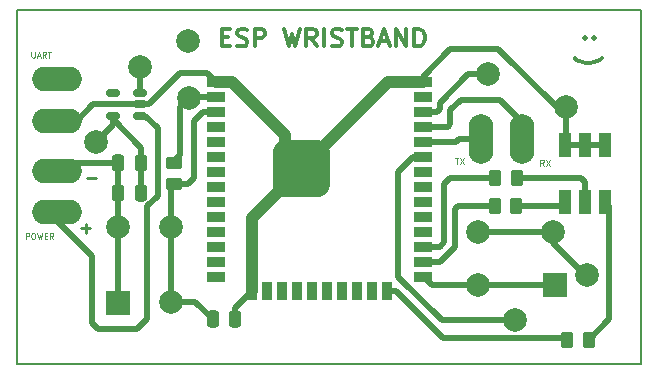
<source format=gbr>
%TF.GenerationSoftware,KiCad,Pcbnew,(6.0.2)*%
%TF.CreationDate,2022-04-12T11:14:46+02:00*%
%TF.ProjectId,pcb,7063622e-6b69-4636-9164-5f7063625858,rev?*%
%TF.SameCoordinates,Original*%
%TF.FileFunction,Copper,L1,Top*%
%TF.FilePolarity,Positive*%
%FSLAX46Y46*%
G04 Gerber Fmt 4.6, Leading zero omitted, Abs format (unit mm)*
G04 Created by KiCad (PCBNEW (6.0.2)) date 2022-04-12 11:14:46*
%MOMM*%
%LPD*%
G01*
G04 APERTURE LIST*
G04 Aperture macros list*
%AMRoundRect*
0 Rectangle with rounded corners*
0 $1 Rounding radius*
0 $2 $3 $4 $5 $6 $7 $8 $9 X,Y pos of 4 corners*
0 Add a 4 corners polygon primitive as box body*
4,1,4,$2,$3,$4,$5,$6,$7,$8,$9,$2,$3,0*
0 Add four circle primitives for the rounded corners*
1,1,$1+$1,$2,$3*
1,1,$1+$1,$4,$5*
1,1,$1+$1,$6,$7*
1,1,$1+$1,$8,$9*
0 Add four rect primitives between the rounded corners*
20,1,$1+$1,$2,$3,$4,$5,0*
20,1,$1+$1,$4,$5,$6,$7,0*
20,1,$1+$1,$6,$7,$8,$9,0*
20,1,$1+$1,$8,$9,$2,$3,0*%
G04 Aperture macros list end*
%TA.AperFunction,NonConductor*%
%ADD10C,0.200000*%
%TD*%
%ADD11C,0.300000*%
%TA.AperFunction,NonConductor*%
%ADD12C,0.300000*%
%TD*%
%ADD13C,0.125000*%
%TA.AperFunction,NonConductor*%
%ADD14C,0.125000*%
%TD*%
%ADD15C,0.250000*%
%TA.AperFunction,NonConductor*%
%ADD16C,0.250000*%
%TD*%
%TA.AperFunction,SMDPad,CuDef*%
%ADD17RoundRect,0.180000X-0.390000X0.120000X-0.390000X-0.120000X0.390000X-0.120000X0.390000X0.120000X0*%
%TD*%
%TA.AperFunction,SMDPad,CuDef*%
%ADD18RoundRect,0.250000X-0.250000X-0.475000X0.250000X-0.475000X0.250000X0.475000X-0.250000X0.475000X0*%
%TD*%
%TA.AperFunction,SMDPad,CuDef*%
%ADD19R,1.500000X0.900000*%
%TD*%
%TA.AperFunction,SMDPad,CuDef*%
%ADD20R,0.900000X1.500000*%
%TD*%
%TA.AperFunction,SMDPad,CuDef*%
%ADD21R,0.900000X0.900000*%
%TD*%
%TA.AperFunction,ComponentPad*%
%ADD22C,0.300000*%
%TD*%
%TA.AperFunction,SMDPad,CuDef*%
%ADD23RoundRect,0.250000X0.250000X0.475000X-0.250000X0.475000X-0.250000X-0.475000X0.250000X-0.475000X0*%
%TD*%
%TA.AperFunction,ComponentPad*%
%ADD24O,4.200000X2.100000*%
%TD*%
%TA.AperFunction,ComponentPad*%
%ADD25R,2.000000X2.000000*%
%TD*%
%TA.AperFunction,ComponentPad*%
%ADD26C,2.000000*%
%TD*%
%TA.AperFunction,ComponentPad*%
%ADD27O,2.100000X4.200000*%
%TD*%
%TA.AperFunction,SMDPad,CuDef*%
%ADD28R,1.100000X2.000000*%
%TD*%
%TA.AperFunction,SMDPad,CuDef*%
%ADD29RoundRect,0.250000X0.262500X0.450000X-0.262500X0.450000X-0.262500X-0.450000X0.262500X-0.450000X0*%
%TD*%
%TA.AperFunction,SMDPad,CuDef*%
%ADD30RoundRect,0.250000X0.450000X-0.262500X0.450000X0.262500X-0.450000X0.262500X-0.450000X-0.262500X0*%
%TD*%
%TA.AperFunction,ViaPad*%
%ADD31C,2.000000*%
%TD*%
%TA.AperFunction,Conductor*%
%ADD32C,0.500000*%
%TD*%
%TA.AperFunction,Conductor*%
%ADD33C,1.000000*%
%TD*%
%TA.AperFunction,Conductor*%
%ADD34C,2.000000*%
%TD*%
G04 APERTURE END LIST*
D10*
X137795000Y-51816000D02*
X190627000Y-51816000D01*
X190627000Y-51816000D02*
X190627000Y-81788000D01*
X190627000Y-81788000D02*
X137795000Y-81788000D01*
X137795000Y-81788000D02*
X137795000Y-51816000D01*
D11*
D12*
X187305000Y-55887857D02*
X187233571Y-55959285D01*
X187019285Y-56102142D01*
X186876428Y-56173571D01*
X186662142Y-56245000D01*
X186305000Y-56316428D01*
X186019285Y-56316428D01*
X185662142Y-56245000D01*
X185447857Y-56173571D01*
X185305000Y-56102142D01*
X185090714Y-55959285D01*
X185019285Y-55887857D01*
X186590714Y-54173571D02*
X186662142Y-54102142D01*
X186733571Y-54173571D01*
X186662142Y-54245000D01*
X186590714Y-54173571D01*
X186733571Y-54173571D01*
X185805000Y-54173571D02*
X185876428Y-54102142D01*
X185947857Y-54173571D01*
X185876428Y-54245000D01*
X185805000Y-54173571D01*
X185947857Y-54173571D01*
D13*
D14*
X182415666Y-64996190D02*
X182249000Y-64758095D01*
X182129952Y-64996190D02*
X182129952Y-64496190D01*
X182320428Y-64496190D01*
X182368047Y-64520000D01*
X182391857Y-64543809D01*
X182415666Y-64591428D01*
X182415666Y-64662857D01*
X182391857Y-64710476D01*
X182368047Y-64734285D01*
X182320428Y-64758095D01*
X182129952Y-64758095D01*
X182582333Y-64496190D02*
X182915666Y-64996190D01*
X182915666Y-64496190D02*
X182582333Y-64996190D01*
D13*
D14*
X174879047Y-64369190D02*
X175164761Y-64369190D01*
X175021904Y-64869190D02*
X175021904Y-64369190D01*
X175283809Y-64369190D02*
X175617142Y-64869190D01*
X175617142Y-64369190D02*
X175283809Y-64869190D01*
D13*
D14*
X138545238Y-71219190D02*
X138545238Y-70719190D01*
X138735714Y-70719190D01*
X138783333Y-70743000D01*
X138807142Y-70766809D01*
X138830952Y-70814428D01*
X138830952Y-70885857D01*
X138807142Y-70933476D01*
X138783333Y-70957285D01*
X138735714Y-70981095D01*
X138545238Y-70981095D01*
X139140476Y-70719190D02*
X139235714Y-70719190D01*
X139283333Y-70743000D01*
X139330952Y-70790619D01*
X139354761Y-70885857D01*
X139354761Y-71052523D01*
X139330952Y-71147761D01*
X139283333Y-71195380D01*
X139235714Y-71219190D01*
X139140476Y-71219190D01*
X139092857Y-71195380D01*
X139045238Y-71147761D01*
X139021428Y-71052523D01*
X139021428Y-70885857D01*
X139045238Y-70790619D01*
X139092857Y-70743000D01*
X139140476Y-70719190D01*
X139521428Y-70719190D02*
X139640476Y-71219190D01*
X139735714Y-70862047D01*
X139830952Y-71219190D01*
X139950000Y-70719190D01*
X140140476Y-70957285D02*
X140307142Y-70957285D01*
X140378571Y-71219190D02*
X140140476Y-71219190D01*
X140140476Y-70719190D01*
X140378571Y-70719190D01*
X140878571Y-71219190D02*
X140711904Y-70981095D01*
X140592857Y-71219190D02*
X140592857Y-70719190D01*
X140783333Y-70719190D01*
X140830952Y-70743000D01*
X140854761Y-70766809D01*
X140878571Y-70814428D01*
X140878571Y-70885857D01*
X140854761Y-70933476D01*
X140830952Y-70957285D01*
X140783333Y-70981095D01*
X140592857Y-70981095D01*
D15*
D16*
X143764047Y-66079619D02*
X144525952Y-66079619D01*
D15*
D16*
X143256095Y-70302428D02*
X144018000Y-70302428D01*
X143637047Y-70683380D02*
X143637047Y-69921476D01*
D13*
D14*
X139029380Y-55352190D02*
X139029380Y-55756952D01*
X139053190Y-55804571D01*
X139077000Y-55828380D01*
X139124619Y-55852190D01*
X139219857Y-55852190D01*
X139267476Y-55828380D01*
X139291285Y-55804571D01*
X139315095Y-55756952D01*
X139315095Y-55352190D01*
X139529380Y-55709333D02*
X139767476Y-55709333D01*
X139481761Y-55852190D02*
X139648428Y-55352190D01*
X139815095Y-55852190D01*
X140267476Y-55852190D02*
X140100809Y-55614095D01*
X139981761Y-55852190D02*
X139981761Y-55352190D01*
X140172238Y-55352190D01*
X140219857Y-55376000D01*
X140243666Y-55399809D01*
X140267476Y-55447428D01*
X140267476Y-55518857D01*
X140243666Y-55566476D01*
X140219857Y-55590285D01*
X140172238Y-55614095D01*
X139981761Y-55614095D01*
X140410333Y-55352190D02*
X140696047Y-55352190D01*
X140553190Y-55852190D02*
X140553190Y-55352190D01*
D11*
D12*
X155167285Y-54121857D02*
X155667285Y-54121857D01*
X155881571Y-54907571D02*
X155167285Y-54907571D01*
X155167285Y-53407571D01*
X155881571Y-53407571D01*
X156453000Y-54836142D02*
X156667285Y-54907571D01*
X157024428Y-54907571D01*
X157167285Y-54836142D01*
X157238714Y-54764714D01*
X157310142Y-54621857D01*
X157310142Y-54479000D01*
X157238714Y-54336142D01*
X157167285Y-54264714D01*
X157024428Y-54193285D01*
X156738714Y-54121857D01*
X156595857Y-54050428D01*
X156524428Y-53979000D01*
X156453000Y-53836142D01*
X156453000Y-53693285D01*
X156524428Y-53550428D01*
X156595857Y-53479000D01*
X156738714Y-53407571D01*
X157095857Y-53407571D01*
X157310142Y-53479000D01*
X157953000Y-54907571D02*
X157953000Y-53407571D01*
X158524428Y-53407571D01*
X158667285Y-53479000D01*
X158738714Y-53550428D01*
X158810142Y-53693285D01*
X158810142Y-53907571D01*
X158738714Y-54050428D01*
X158667285Y-54121857D01*
X158524428Y-54193285D01*
X157953000Y-54193285D01*
X160453000Y-53407571D02*
X160810142Y-54907571D01*
X161095857Y-53836142D01*
X161381571Y-54907571D01*
X161738714Y-53407571D01*
X163167285Y-54907571D02*
X162667285Y-54193285D01*
X162310142Y-54907571D02*
X162310142Y-53407571D01*
X162881571Y-53407571D01*
X163024428Y-53479000D01*
X163095857Y-53550428D01*
X163167285Y-53693285D01*
X163167285Y-53907571D01*
X163095857Y-54050428D01*
X163024428Y-54121857D01*
X162881571Y-54193285D01*
X162310142Y-54193285D01*
X163810142Y-54907571D02*
X163810142Y-53407571D01*
X164453000Y-54836142D02*
X164667285Y-54907571D01*
X165024428Y-54907571D01*
X165167285Y-54836142D01*
X165238714Y-54764714D01*
X165310142Y-54621857D01*
X165310142Y-54479000D01*
X165238714Y-54336142D01*
X165167285Y-54264714D01*
X165024428Y-54193285D01*
X164738714Y-54121857D01*
X164595857Y-54050428D01*
X164524428Y-53979000D01*
X164453000Y-53836142D01*
X164453000Y-53693285D01*
X164524428Y-53550428D01*
X164595857Y-53479000D01*
X164738714Y-53407571D01*
X165095857Y-53407571D01*
X165310142Y-53479000D01*
X165738714Y-53407571D02*
X166595857Y-53407571D01*
X166167285Y-54907571D02*
X166167285Y-53407571D01*
X167595857Y-54121857D02*
X167810142Y-54193285D01*
X167881571Y-54264714D01*
X167953000Y-54407571D01*
X167953000Y-54621857D01*
X167881571Y-54764714D01*
X167810142Y-54836142D01*
X167667285Y-54907571D01*
X167095857Y-54907571D01*
X167095857Y-53407571D01*
X167595857Y-53407571D01*
X167738714Y-53479000D01*
X167810142Y-53550428D01*
X167881571Y-53693285D01*
X167881571Y-53836142D01*
X167810142Y-53979000D01*
X167738714Y-54050428D01*
X167595857Y-54121857D01*
X167095857Y-54121857D01*
X168524428Y-54479000D02*
X169238714Y-54479000D01*
X168381571Y-54907571D02*
X168881571Y-53407571D01*
X169381571Y-54907571D01*
X169881571Y-54907571D02*
X169881571Y-53407571D01*
X170738714Y-54907571D01*
X170738714Y-53407571D01*
X171453000Y-54907571D02*
X171453000Y-53407571D01*
X171810142Y-53407571D01*
X172024428Y-53479000D01*
X172167285Y-53621857D01*
X172238714Y-53764714D01*
X172310142Y-54050428D01*
X172310142Y-54264714D01*
X172238714Y-54550428D01*
X172167285Y-54693285D01*
X172024428Y-54836142D01*
X171810142Y-54907571D01*
X171453000Y-54907571D01*
D17*
%TO.P,U3,1,VIN*%
%TO.N,Net-(U5-PadP$1)*%
X148206000Y-60767000D03*
%TO.P,U3,2,GND*%
%TO.N,GND*%
X148206000Y-59817000D03*
%TO.P,U3,3,EN*%
%TO.N,Net-(U5-PadP$1)*%
X148206000Y-58867000D03*
%TO.P,U3,4*%
%TO.N,N/C*%
X145926000Y-58867000D03*
%TO.P,U3,5,VOUT*%
%TO.N,Net-(C2-Pad2)*%
X145926000Y-60767000D03*
%TD*%
D18*
%TO.P,C2,1*%
%TO.N,GND*%
X146370000Y-64770000D03*
%TO.P,C2,2*%
%TO.N,Net-(C2-Pad2)*%
X148270000Y-64770000D03*
%TD*%
%TO.P,C3,1*%
%TO.N,GND*%
X146370000Y-67310000D03*
%TO.P,C3,2*%
%TO.N,Net-(C2-Pad2)*%
X148270000Y-67310000D03*
%TD*%
D19*
%TO.P,U1,1,GND*%
%TO.N,GND*%
X154657500Y-57888000D03*
%TO.P,U1,2,3V3*%
%TO.N,Net-(C2-Pad2)*%
X154657500Y-59158000D03*
%TO.P,U1,3,EN*%
%TO.N,Net-(C1-Pad2)*%
X154657500Y-60428000D03*
%TO.P,U1,4,SENSOR_VP*%
%TO.N,unconnected-(U1-Pad4)*%
X154657500Y-61698000D03*
%TO.P,U1,5,SENSOR_VN*%
%TO.N,unconnected-(U1-Pad5)*%
X154657500Y-62968000D03*
%TO.P,U1,6,IO34*%
%TO.N,unconnected-(U1-Pad6)*%
X154657500Y-64238000D03*
%TO.P,U1,7,IO35*%
%TO.N,unconnected-(U1-Pad7)*%
X154657500Y-65508000D03*
%TO.P,U1,8,IO32*%
%TO.N,unconnected-(U1-Pad8)*%
X154657500Y-66778000D03*
%TO.P,U1,9,IO33*%
%TO.N,unconnected-(U1-Pad9)*%
X154657500Y-68048000D03*
%TO.P,U1,10,IO25*%
%TO.N,unconnected-(U1-Pad10)*%
X154657500Y-69318000D03*
%TO.P,U1,11,IO26*%
%TO.N,unconnected-(U1-Pad11)*%
X154657500Y-70588000D03*
%TO.P,U1,12,IO27*%
%TO.N,unconnected-(U1-Pad12)*%
X154657500Y-71858000D03*
%TO.P,U1,13,IO14*%
%TO.N,unconnected-(U1-Pad13)*%
X154657500Y-73128000D03*
%TO.P,U1,14,IO12*%
%TO.N,unconnected-(U1-Pad14)*%
X154657500Y-74398000D03*
D20*
%TO.P,U1,15,GND*%
%TO.N,GND*%
X157697500Y-75648000D03*
%TO.P,U1,16,IO13*%
%TO.N,unconnected-(U1-Pad16)*%
X158967500Y-75648000D03*
%TO.P,U1,17,NC*%
%TO.N,unconnected-(U1-Pad17)*%
X160237500Y-75648000D03*
%TO.P,U1,18,NC*%
%TO.N,unconnected-(U1-Pad18)*%
X161507500Y-75648000D03*
%TO.P,U1,19,NC*%
%TO.N,unconnected-(U1-Pad19)*%
X162777500Y-75648000D03*
%TO.P,U1,20,NC*%
%TO.N,unconnected-(U1-Pad20)*%
X164047500Y-75648000D03*
%TO.P,U1,21,NC*%
%TO.N,unconnected-(U1-Pad21)*%
X165317500Y-75648000D03*
%TO.P,U1,22,NC*%
%TO.N,unconnected-(U1-Pad22)*%
X166587500Y-75648000D03*
%TO.P,U1,23,IO15*%
%TO.N,unconnected-(U1-Pad23)*%
X167857500Y-75648000D03*
%TO.P,U1,24,IO2*%
%TO.N,Net-(R1-Pad2)*%
X169127500Y-75648000D03*
D19*
%TO.P,U1,25,IO0*%
%TO.N,Net-(SW2-Pad1)*%
X172157500Y-74398000D03*
%TO.P,U1,26,IO4*%
%TO.N,Net-(R2-Pad2)*%
X172157500Y-73128000D03*
%TO.P,U1,27,IO16*%
%TO.N,Net-(R3-Pad2)*%
X172157500Y-71858000D03*
%TO.P,U1,28,IO17*%
%TO.N,unconnected-(U1-Pad28)*%
X172157500Y-70588000D03*
%TO.P,U1,29,IO5*%
%TO.N,unconnected-(U1-Pad29)*%
X172157500Y-69318000D03*
%TO.P,U1,30,IO18*%
%TO.N,unconnected-(U1-Pad30)*%
X172157500Y-68048000D03*
%TO.P,U1,31,IO19*%
%TO.N,unconnected-(U1-Pad31)*%
X172157500Y-66778000D03*
%TO.P,U1,32,NC1*%
%TO.N,unconnected-(U1-Pad32)*%
X172157500Y-65508000D03*
%TO.P,U1,33,IO21*%
%TO.N,Net-(U1-Pad33)*%
X172157500Y-64238000D03*
%TO.P,U1,34,RXD0*%
%TO.N,Net-(U1-Pad34)*%
X172157500Y-62968000D03*
%TO.P,U1,35,TXD0*%
%TO.N,Net-(U1-Pad35)*%
X172157500Y-61698000D03*
%TO.P,U1,36,IO22*%
%TO.N,Net-(U1-Pad36)*%
X172157500Y-60428000D03*
%TO.P,U1,37,IO23*%
%TO.N,unconnected-(U1-Pad37)*%
X172157500Y-59158000D03*
%TO.P,U1,38,GND*%
%TO.N,GND*%
X172157500Y-57888000D03*
D21*
%TO.P,U1,39_1,GND*%
X160507500Y-63828000D03*
%TO.P,U1,39_2,GND*%
X161907500Y-63828000D03*
%TO.P,U1,39_3,GND*%
X163307500Y-63828000D03*
%TO.P,U1,39_4,GND*%
X160507500Y-65228000D03*
%TO.P,U1,39_5,GND*%
X161907500Y-65228000D03*
%TO.P,U1,39_6,GND*%
X163307500Y-65228000D03*
%TO.P,U1,39_7,GND*%
X160507500Y-66628000D03*
%TO.P,U1,39_8,GND*%
X161907500Y-66628000D03*
%TO.P,U1,39_9,GND*%
X163307500Y-66628000D03*
D22*
%TO.P,U1,39_10,GND*%
X161207500Y-63828000D03*
%TO.P,U1,39_11,GND*%
X162607500Y-63828000D03*
%TO.P,U1,39_12,GND*%
X160507500Y-64528000D03*
%TO.P,U1,39_13,GND*%
X161907500Y-64528000D03*
%TO.P,U1,39_14,GND*%
X163307500Y-64528000D03*
%TO.P,U1,39_15,GND*%
X161207500Y-65228000D03*
%TO.P,U1,39_16,GND*%
X162607500Y-65228000D03*
%TO.P,U1,39_17,GND*%
X160507500Y-65928000D03*
%TO.P,U1,39_18,GND*%
X161907500Y-65928000D03*
%TO.P,U1,39_19,GND*%
X163307500Y-65928000D03*
%TO.P,U1,39_20,GND*%
X161207500Y-66628000D03*
%TO.P,U1,39_21,GND*%
X162607500Y-66628000D03*
%TD*%
D23*
%TO.P,C1,1*%
%TO.N,GND*%
X156271000Y-77978000D03*
%TO.P,C1,2*%
%TO.N,Net-(C1-Pad2)*%
X154371000Y-77978000D03*
%TD*%
D24*
%TO.P,U5,P$1,P$1*%
%TO.N,Net-(U5-PadP$1)*%
X141195000Y-68933000D03*
%TO.P,U5,P$2,P$2*%
%TO.N,GND*%
X141195000Y-65433000D03*
%TD*%
D25*
%TO.P,SW1,1*%
%TO.N,GND*%
X146340000Y-76656000D03*
D26*
%TO.P,SW1,2*%
X146340000Y-70156000D03*
%TO.P,SW1,3*%
%TO.N,Net-(C1-Pad2)*%
X150840000Y-76506000D03*
%TO.P,SW1,4*%
X150840000Y-70156000D03*
%TD*%
D27*
%TO.P,U4,P$1,P$1*%
%TO.N,Net-(U1-Pad34)*%
X177066000Y-62709000D03*
%TO.P,U4,P$2,P$2*%
%TO.N,Net-(U1-Pad35)*%
X180566000Y-62709000D03*
%TD*%
D28*
%TO.P,D1,1,RK*%
%TO.N,GND*%
X187628000Y-63259000D03*
%TO.P,D1,2,GK*%
X185928000Y-63259000D03*
%TO.P,D1,3,BK*%
X184228000Y-63259000D03*
%TO.P,D1,4,BA*%
%TO.N,Net-(D1-Pad4)*%
X184228000Y-68059000D03*
%TO.P,D1,5,GA*%
%TO.N,Net-(D1-Pad5)*%
X185928000Y-68059000D03*
%TO.P,D1,6,RA*%
%TO.N,Net-(D1-Pad6)*%
X187628000Y-68059000D03*
%TD*%
D24*
%TO.P,U6,P$1,P$1*%
%TO.N,GND*%
X141195000Y-61186000D03*
%TO.P,U6,P$2,P$2*%
%TO.N,Net-(C2-Pad2)*%
X141195000Y-57686000D03*
%TD*%
D29*
%TO.P,R3,1*%
%TO.N,Net-(D1-Pad5)*%
X180109500Y-66040000D03*
%TO.P,R3,2*%
%TO.N,Net-(R3-Pad2)*%
X178284500Y-66040000D03*
%TD*%
D25*
%TO.P,SW2,1*%
%TO.N,Net-(SW2-Pad1)*%
X183336000Y-75148000D03*
D26*
%TO.P,SW2,2*%
X176836000Y-75148000D03*
%TO.P,SW2,3*%
%TO.N,GND*%
X183186000Y-70648000D03*
%TO.P,SW2,4*%
X176836000Y-70648000D03*
%TD*%
D29*
%TO.P,R2,1*%
%TO.N,Net-(D1-Pad4)*%
X180086000Y-68453000D03*
%TO.P,R2,2*%
%TO.N,Net-(R2-Pad2)*%
X178261000Y-68453000D03*
%TD*%
D30*
%TO.P,R4,1*%
%TO.N,Net-(C1-Pad2)*%
X151130000Y-66571500D03*
%TO.P,R4,2*%
%TO.N,Net-(C2-Pad2)*%
X151130000Y-64746500D03*
%TD*%
D29*
%TO.P,R1,1*%
%TO.N,Net-(D1-Pad6)*%
X186205500Y-79756000D03*
%TO.P,R1,2*%
%TO.N,Net-(R1-Pad2)*%
X184380500Y-79756000D03*
%TD*%
D31*
%TO.N,Net-(C2-Pad2)*%
X144526000Y-62992000D03*
%TO.N,Net-(U5-PadP$1)*%
X148209000Y-56642000D03*
%TO.N,GND*%
X184277000Y-60071000D03*
X186055000Y-74295000D03*
%TO.N,Net-(C2-Pad2)*%
X152273000Y-54483000D03*
X152400000Y-59309000D03*
%TO.N,Net-(U1-Pad36)*%
X177673000Y-57277000D03*
%TO.N,Net-(U1-Pad33)*%
X179959000Y-78105000D03*
%TD*%
D32*
%TO.N,Net-(C2-Pad2)*%
X151638000Y-60071000D02*
X152400000Y-59309000D01*
X144526000Y-62992000D02*
X145926000Y-61592000D01*
X145926000Y-61592000D02*
X145926000Y-60767000D01*
%TO.N,Net-(U5-PadP$1)*%
X148209000Y-56642000D02*
X148206000Y-56645000D01*
X148206000Y-56645000D02*
X148206000Y-58867000D01*
%TO.N,GND*%
X142903000Y-61186000D02*
X141195000Y-61186000D01*
X148206000Y-59817000D02*
X144272000Y-59817000D01*
X144272000Y-59817000D02*
X142903000Y-61186000D01*
%TO.N,Net-(C2-Pad2)*%
X145926000Y-61090000D02*
X145926000Y-60767000D01*
X148336000Y-63500000D02*
X145926000Y-61090000D01*
X148270000Y-64770000D02*
X148336000Y-64704000D01*
%TO.N,GND*%
X153919500Y-57150000D02*
X154657500Y-57888000D01*
X151638000Y-57150000D02*
X153919500Y-57150000D01*
X148971000Y-59817000D02*
X151638000Y-57150000D01*
X148206000Y-59817000D02*
X148971000Y-59817000D01*
%TO.N,Net-(U5-PadP$1)*%
X141195000Y-69694000D02*
X141195000Y-68933000D01*
X144145000Y-72644000D02*
X141195000Y-69694000D01*
X144145000Y-78359000D02*
X144145000Y-72644000D01*
X144653000Y-78867000D02*
X144145000Y-78359000D01*
X147955000Y-78867000D02*
X144653000Y-78867000D01*
X148844000Y-77978000D02*
X147955000Y-78867000D01*
X148844000Y-68450270D02*
X148844000Y-77978000D01*
X149733000Y-67561270D02*
X148844000Y-68450270D01*
X148662000Y-60767000D02*
X149733000Y-61838000D01*
%TO.N,Net-(C2-Pad2)*%
X148336000Y-64704000D02*
X148336000Y-63500000D01*
%TO.N,Net-(U5-PadP$1)*%
X149733000Y-61838000D02*
X149733000Y-67561270D01*
X148206000Y-60767000D02*
X148662000Y-60767000D01*
%TO.N,GND*%
X183186000Y-71553000D02*
X183186000Y-70648000D01*
X176836000Y-70648000D02*
X183186000Y-70648000D01*
X146370000Y-64770000D02*
X141858000Y-64770000D01*
X184277000Y-60071000D02*
X184277000Y-63210000D01*
X141858000Y-64770000D02*
X141195000Y-65433000D01*
X156271000Y-77074500D02*
X157697500Y-75648000D01*
X178562000Y-55118000D02*
X174498000Y-55118000D01*
X156271000Y-77978000D02*
X156271000Y-77074500D01*
X184277000Y-63210000D02*
X184228000Y-63259000D01*
D33*
X160507500Y-66628000D02*
X157697500Y-69438000D01*
D32*
X172157500Y-57458500D02*
X172157500Y-57888000D01*
D33*
X163307500Y-63828000D02*
X169247500Y-57888000D01*
D34*
X163307500Y-63828000D02*
X160507500Y-63828000D01*
D32*
X146340000Y-70156000D02*
X146340000Y-67340000D01*
X146370000Y-64770000D02*
X146370000Y-67310000D01*
X146340000Y-70156000D02*
X146340000Y-76656000D01*
X183515000Y-60071000D02*
X178562000Y-55118000D01*
D34*
X163307500Y-66628000D02*
X163307500Y-63828000D01*
D32*
X184277000Y-60071000D02*
X183515000Y-60071000D01*
D33*
X169247500Y-57888000D02*
X172157500Y-57888000D01*
D32*
X174498000Y-55118000D02*
X172157500Y-57458500D01*
X146340000Y-67340000D02*
X146370000Y-67310000D01*
D34*
X160507500Y-66628000D02*
X163307500Y-66628000D01*
D32*
X186055000Y-74295000D02*
X185928000Y-74295000D01*
D33*
X160507500Y-63828000D02*
X160507500Y-62378000D01*
D32*
X185928000Y-74295000D02*
X183186000Y-71553000D01*
D33*
X157697500Y-69438000D02*
X157697500Y-75648000D01*
X156017500Y-57888000D02*
X154657500Y-57888000D01*
D34*
X160507500Y-63828000D02*
X160507500Y-66628000D01*
D33*
X160507500Y-62378000D02*
X156017500Y-57888000D01*
D32*
X187628000Y-63259000D02*
X184228000Y-63259000D01*
%TO.N,Net-(C1-Pad2)*%
X150840000Y-76506000D02*
X152899000Y-76506000D01*
X150840000Y-70156000D02*
X150840000Y-76506000D01*
X150840000Y-66861500D02*
X151130000Y-66571500D01*
X152899000Y-76506000D02*
X154371000Y-77978000D01*
X152781000Y-61214000D02*
X153567000Y-60428000D01*
X150840000Y-70156000D02*
X150840000Y-66861500D01*
X153567000Y-60428000D02*
X154657500Y-60428000D01*
X152249500Y-66571500D02*
X152781000Y-66040000D01*
X152781000Y-66040000D02*
X152781000Y-61214000D01*
X151130000Y-66571500D02*
X152249500Y-66571500D01*
%TO.N,Net-(C2-Pad2)*%
X152400000Y-59309000D02*
X152551000Y-59158000D01*
X152400000Y-59309000D02*
X152146000Y-59309000D01*
X151130000Y-64746500D02*
X151130000Y-64643000D01*
X148270000Y-67310000D02*
X148270000Y-64770000D01*
X151130000Y-64643000D02*
X151638000Y-64135000D01*
X151638000Y-64135000D02*
X151638000Y-60071000D01*
X152551000Y-59158000D02*
X154657500Y-59158000D01*
%TO.N,Net-(D1-Pad6)*%
X186205500Y-79756000D02*
X187960000Y-78001500D01*
X187960000Y-68391000D02*
X187628000Y-68059000D01*
X187960000Y-78001500D02*
X187960000Y-68391000D01*
%TO.N,Net-(U1-Pad34)*%
X175231000Y-62709000D02*
X174972000Y-62968000D01*
X177066000Y-62709000D02*
X175231000Y-62709000D01*
X174972000Y-62968000D02*
X172157500Y-62968000D01*
%TO.N,Net-(U1-Pad35)*%
X174498000Y-61468000D02*
X174268000Y-61698000D01*
X174268000Y-61698000D02*
X172157500Y-61698000D01*
X180566000Y-61313000D02*
X178689000Y-59436000D01*
X175387000Y-59436000D02*
X174498000Y-60325000D01*
X174498000Y-60325000D02*
X174498000Y-61468000D01*
X180566000Y-62709000D02*
X180566000Y-61313000D01*
X178689000Y-59436000D02*
X175387000Y-59436000D01*
%TO.N,Net-(U1-Pad36)*%
X176022000Y-57277000D02*
X173609000Y-59690000D01*
X173379000Y-60428000D02*
X172157500Y-60428000D01*
X173609000Y-60198000D02*
X173379000Y-60428000D01*
X173609000Y-59690000D02*
X173609000Y-60198000D01*
X177673000Y-57277000D02*
X176022000Y-57277000D01*
%TO.N,Net-(D1-Pad4)*%
X183834000Y-68453000D02*
X184228000Y-68059000D01*
X180109500Y-68453000D02*
X183834000Y-68453000D01*
%TO.N,Net-(R1-Pad2)*%
X173863000Y-79629000D02*
X169882000Y-75648000D01*
X169882000Y-75648000D02*
X169127500Y-75648000D01*
X184380500Y-79756000D02*
X184253500Y-79629000D01*
X184253500Y-79629000D02*
X173863000Y-79629000D01*
%TO.N,Net-(R2-Pad2)*%
X178284500Y-68453000D02*
X175133000Y-68453000D01*
X174879000Y-71882000D02*
X173633000Y-73128000D01*
X175133000Y-68453000D02*
X174879000Y-68707000D01*
X173633000Y-73128000D02*
X172157500Y-73128000D01*
X174879000Y-68707000D02*
X174879000Y-71882000D01*
%TO.N,Net-(R3-Pad2)*%
X173633000Y-71858000D02*
X172157500Y-71858000D01*
X178284500Y-66040000D02*
X174498000Y-66040000D01*
X174498000Y-66040000D02*
X173990000Y-66548000D01*
X173990000Y-66548000D02*
X173990000Y-71501000D01*
X173990000Y-71501000D02*
X173633000Y-71858000D01*
%TO.N,Net-(SW2-Pad1)*%
X176836000Y-75148000D02*
X172907500Y-75148000D01*
X176836000Y-75148000D02*
X183336000Y-75148000D01*
X172907500Y-75148000D02*
X172157500Y-74398000D01*
%TO.N,Net-(U1-Pad33)*%
X173765478Y-78105000D02*
X170053000Y-74392522D01*
X179959000Y-78105000D02*
X173765478Y-78105000D01*
X170053000Y-74392522D02*
X170053000Y-65513478D01*
X170053000Y-65513478D02*
X171328478Y-64238000D01*
X171328478Y-64238000D02*
X172157500Y-64238000D01*
%TO.N,Net-(D1-Pad5)*%
X180109500Y-66040000D02*
X185547000Y-66040000D01*
X185547000Y-66040000D02*
X185928000Y-66421000D01*
X185928000Y-66421000D02*
X185928000Y-68059000D01*
%TD*%
M02*

</source>
